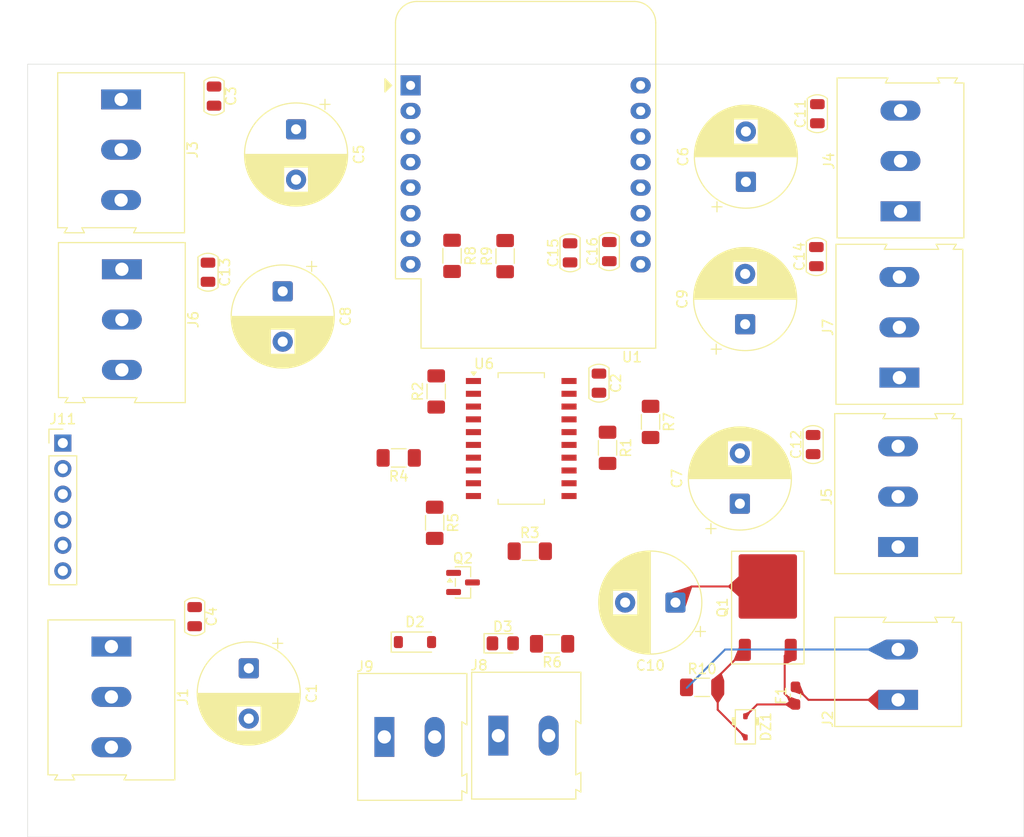
<source format=kicad_pcb>
(kicad_pcb (version 20241229) (generator "pcbnew") (generator_version "9.0")
  (layers (0 "F.Cu" signal) (2 "B.Cu" signal) (13 "F.Paste" user) (15 "B.Paste" user) (5 "F.SilkS" user "F.Silkscreen") (7 "B.SilkS" user "B.Silkscreen") (1 "F.Mask" user) (3 "B.Mask" user) (25 "Edge.Cuts" user))
  (net 0 "")
  (net 1 "+5V")
  (net 2 "Net-(D3-A)")
  (net 3 "GND")
  (net 4 "/OUT_PERIODO")
  (net 5 "Net-(J2-Pin_1)")
  (net 6 "/OUT_FALTAS_LOCAL")
  (net 7 "/OUT_FALTAS_VISITANTE")
  (net 8 "Net-(D2-A)")
  (net 9 "/OUT_CRONOMETRO")
  (net 10 "/OUT_PUNTAJE_LOCAL")
  (net 11 "/OUT_PUNTAJE_VISITANTE")
  (net 12 "Net-(U6-1Y1)")
  (net 13 "Net-(U6-2Y0)")
  (net 14 "Net-(DZ1-A)")
  (net 15 "Net-(DZ1-K)")
  (net 16 "Net-(Q2-G)")
  (net 17 "/PIN_RELAY_BOCINA")
  (net 18 "Net-(J11-Pin_1)")
  (net 19 "Net-(J11-Pin_3)")
  (net 20 "/A0")
  (net 21 "/D3")
  (net 22 "Net-(U6-2Y1)")
  (net 23 "Net-(U6-1Y0)")
  (net 24 "/PIN_CRONOMETRO")
  (net 25 "/PIN_PUNTAJE_LOCAL")
  (net 26 "/PIN_PUNTAJE_VISITANTE")
  (net 27 "/PIN_FALTAS_VISITANTE")
  (net 28 "/PIN_PERIODO")
  (net 29 "/PIN_FALTAS_LOCAL")
  (net 31 "/D4")
  (net 32 "Net-(J11-Pin_2)")
  (net 33 "+12V")
  (net 34 "Net-(U6-2Y2)")
  (net 35 "Net-(U6-2Y3)")
  (footprint "PCM_Package_TO_SOT_SMD_AKL:TO-252-2" (layer "F.Cu") (at 162.55 101.5 90)
    (property "Reference" "Q1" (at 0 -4.5 90) (layer "F.SilkS"))
    (property "Value" "AOD4185" (hide yes))
    (pad "1" smd roundrect (at -4.2 -2.28 90) (size 2.2 1.2) (layers "F.Cu" "F.Mask" "F.Paste") (roundrect_rratio 0.2083333333) (net 14 "Net-(DZ1-A)"))
    (pad "2" smd roundrect (at 2.1 0 90) (size 6.4 5.8) (layers "F.Cu" "F.Mask") (roundrect_rratio 0.04310344828) (net 1 "+5V"))
    (pad "3" smd roundrect (at -4.2 2.28 90) (size 2.2 1.2) (layers "F.Cu" "F.Mask" "F.Paste") (roundrect_rratio 0.2083333333) (net 15 "Net-(DZ1-K)"))
  )
  (footprint "Diode_SMD:D_SOD-123" (layer "F.Cu") (at 127.49 104.925)
    (property "Reference" "D2" (at 0 -2 0) (layer "F.SilkS"))
    (property "Value" "1N4007w")
    (pad "1" smd roundrect (at -1.65 0) (size 0.9 1.2) (layers "F.Cu" "F.Mask" "F.Paste") (net 33 "+12V"))
    (pad "2" smd roundrect (at 1.65 0) (size 0.9 1.2) (layers "F.Cu" "F.Mask" "F.Paste") (net 8 "Net-(D2-A)"))
  )
  (footprint "Resistor_SMD:R_1206_3216Metric_Pad1.30x1.75mm_HandSolder" (layer "F.Cu") (at 150.9 83.05 -90)
    (property "Reference" "R7" (at 0 -1.83 90) (layer "F.SilkS"))
    (property "Value" "330")
    (pad "1" smd roundrect (at -1.55 0 270) (size 1.3 1.75) (layers "F.Cu" "F.Mask" "F.Paste") (roundrect_rratio 0.192308) (net 23 "Net-(U6-1Y0)"))
    (pad "2" smd roundrect (at 1.55 0 270) (size 1.3 1.75) (layers "F.Cu" "F.Mask" "F.Paste") (roundrect_rratio 0.192308) (net 4 "/OUT_PERIODO"))
  )
  (footprint "Capacitor_THT:CP_Radial_D10.0mm_P5.00mm" (layer "F.Cu") (at 159.775 91.175 90)
    (property "Reference" "C7" (at 2.5 -6.25 90) (layer "F.SilkS"))
    (property "Value" "16V 1000uf")
    (pad "1" thru_hole roundrect (at 0 0 90) (size 2 2) (drill 1) (layers "*.Cu" "*.Mask") (roundrect_rratio 0.125) (net 1 "+5V"))
    (pad "2" thru_hole circle (at 5 0 90) (size 2 2) (drill 1) (layers "*.Cu" "*.Mask") (net 3 "GND"))
  )
  (footprint "TerminalBlock:TerminalBlock_Altech_AK300-2_P5.00mm" (layer "F.Cu") (at 124.45 114.35)
    (property "Reference" "J9" (at -1.92 -6.99 0) (layer "F.SilkS"))
    (property "Value" "PWR_12V")
    (pad "1" thru_hole rect (at 0 0) (size 1.98 3.96) (drill 1.32) (layers "*.Cu" "*.Mask") (net 33 "+12V"))
    (pad "2" thru_hole oval (at 5 0) (size 1.98 3.96) (drill 1.32) (layers "*.Cu" "*.Mask") (net 3 "GND"))
  )
  (footprint "Capacitor_THT:CP_Radial_D10.0mm_P5.00mm" (layer "F.Cu") (at 114.35 70.075 -90)
    (property "Reference" "C8" (at 2.5 -6.25 90) (layer "F.SilkS"))
    (property "Value" "16V 1000uf")
    (pad "1" thru_hole roundrect (at 0 0 270) (size 2 2) (drill 1) (layers "*.Cu" "*.Mask") (roundrect_rratio 0.125) (net 1 "+5V"))
    (pad "2" thru_hole circle (at 5 0 270) (size 2 2) (drill 1) (layers "*.Cu" "*.Mask") (net 3 "GND"))
  )
  (footprint "TerminalBlock:TerminalBlock_Altech_AK300-3_P5.00mm" (layer "F.Cu") (at 175.625 78.65 90)
    (property "Reference" "J7" (at 5 -7.1 90) (layer "F.SilkS"))
    (property "Value" "PUNTAJE_V")
    (pad "1" thru_hole rect (at 0 0 90) (size 1.98 3.96) (drill 1.32) (layers "*.Cu" "*.Mask") (net 1 "+5V"))
    (pad "2" thru_hole oval (at 5 0 90) (size 1.98 3.96) (drill 1.32) (layers "*.Cu" "*.Mask") (net 11 "/OUT_PUNTAJE_VISITANTE"))
    (pad "3" thru_hole oval (at 10 0 90) (size 1.98 3.96) (drill 1.32) (layers "*.Cu" "*.Mask") (net 3 "GND"))
  )
  (footprint "PCM_Capacitor_SMD_AKL:C_0805_2012Metric" (layer "F.Cu") (at 106.925 68.175 -90)
    (property "Reference" "C13" (at 0 -1.68 90) (layer "F.SilkS"))
    (property "Value" "0.1uf" (hide yes))
    (pad "1" smd roundrect (at -0.95 0 270) (size 1 1.45) (layers "F.Cu" "F.Mask" "F.Paste") (net 1 "+5V"))
    (pad "2" smd roundrect (at 0.95 0 270) (size 1 1.45) (layers "F.Cu" "F.Mask" "F.Paste") (net 3 "GND"))
  )
  (footprint "PCM_Capacitor_SMD_AKL:C_0805_2012Metric" (layer "F.Cu") (at 145.775 79.2 -90)
    (property "Reference" "C2" (at 0 -1.68 90) (layer "F.SilkS"))
    (property "Value" "0.1uf" (hide yes))
    (pad "1" smd roundrect (at -0.95 0 270) (size 1 1.45) (layers "F.Cu" "F.Mask" "F.Paste") (net 1 "+5V"))
    (pad "2" smd roundrect (at 0.95 0 270) (size 1 1.45) (layers "F.Cu" "F.Mask" "F.Paste") (net 3 "GND"))
  )
  (footprint "PCM_Capacitor_SMD_AKL:C_0805_2012Metric" (layer "F.Cu") (at 167.375 66.625 90)
    (property "Reference" "C14" (at 0 -1.68 90) (layer "F.SilkS"))
    (property "Value" "0.1uf" (hide yes))
    (pad "1" smd roundrect (at -0.95 0 90) (size 1 1.45) (layers "F.Cu" "F.Mask" "F.Paste") (net 1 "+5V"))
    (pad "2" smd roundrect (at 0.95 0 90) (size 1 1.45) (layers "F.Cu" "F.Mask" "F.Paste") (net 3 "GND"))
  )
  (footprint "TerminalBlock:TerminalBlock_Altech_AK300-2_P5.00mm" (layer "F.Cu") (at 135.775 114.225)
    (property "Reference" "J8" (at -1.92 -6.99 0) (layer "F.SilkS"))
    (property "Value" "BOCINA")
    (pad "1" thru_hole rect (at 0 0) (size 1.98 3.96) (drill 1.32) (layers "*.Cu" "*.Mask") (net 33 "+12V"))
    (pad "2" thru_hole oval (at 5 0) (size 1.98 3.96) (drill 1.32) (layers "*.Cu" "*.Mask") (net 8 "Net-(D2-A)"))
  )
  (footprint "Capacitor_THT:CP_Radial_D10.0mm_P5.00mm" (layer "F.Cu") (at 160.375 59.192677 90)
    (property "Reference" "C6" (at 2.5 -6.25 90) (layer "F.SilkS"))
    (property "Value" "16V 1000uf")
    (pad "1" thru_hole roundrect (at 0 0 90) (size 2 2) (drill 1) (layers "*.Cu" "*.Mask") (roundrect_rratio 0.125) (net 1 "+5V"))
    (pad "2" thru_hole circle (at 5 0 90) (size 2 2) (drill 1) (layers "*.Cu" "*.Mask") (net 3 "GND"))
  )
  (footprint "Resistor_SMD:R_1206_3216Metric_Pad1.30x1.75mm_HandSolder" (layer "F.Cu") (at 141.115 105.1 180)
    (property "Reference" "R6" (at 0 -1.83 0) (layer "F.SilkS"))
    (property "Value" "1K")
    (pad "1" smd roundrect (at -1.55 0 180) (size 1.3 1.75) (layers "F.Cu" "F.Mask" "F.Paste") (roundrect_rratio 0.192308) (net 33 "+12V"))
    (pad "2" smd roundrect (at 1.55 0 180) (size 1.3 1.75) (layers "F.Cu" "F.Mask" "F.Paste") (roundrect_rratio 0.192308) (net 2 "Net-(D3-A)"))
  )
  (footprint "Fuse:Fuse_0603_1608Metric_Pad1.05x0.95mm_HandSolder" (layer "F.Cu") (at 165.3 110.25 90)
    (property "Reference" "F1" (at 0 -1.43 90) (layer "F.SilkS"))
    (property "Value" "10A FAST")
    (pad "1" smd roundrect (at -0.875 0 90) (size 1.05 0.95) (layers "F.Cu" "F.Mask" "F.Paste") (net 15 "Net-(DZ1-K)"))
    (pad "2" smd roundrect (at 0.875 0 90) (size 1.05 0.95) (layers "F.Cu" "F.Mask" "F.Paste") (net 5 "Net-(J2-Pin_1)"))
  )
  (footprint "PCM_Capacitor_SMD_AKL:C_0805_2012Metric" (layer "F.Cu") (at 142.9 66.25 90)
    (property "Reference" "C15" (at 0 -1.68 90) (layer "F.SilkS"))
    (property "Value" "10uf" (hide yes))
    (pad "1" smd roundrect (at -0.95 0 90) (size 1 1.45) (layers "F.Cu" "F.Mask" "F.Paste") (net 1 "+5V"))
    (pad "2" smd roundrect (at 0.95 0 90) (size 1 1.45) (layers "F.Cu" "F.Mask" "F.Paste") (net 3 "GND"))
  )
  (footprint "Resistor_SMD:R_1206_3216Metric_Pad1.30x1.75mm_HandSolder" (layer "F.Cu") (at 125.875 86.625 180)
    (property "Reference" "R4" (at 0 -1.83 0) (layer "F.SilkS"))
    (property "Value" "330")
    (pad "1" smd roundrect (at -1.55 0 180) (size 1.3 1.75) (layers "F.Cu" "F.Mask" "F.Paste") (roundrect_rratio 0.192308) (net 34 "Net-(U6-2Y2)"))
    (pad "2" smd roundrect (at 1.55 0 180) (size 1.3 1.75) (layers "F.Cu" "F.Mask" "F.Paste") (roundrect_rratio 0.192308) (net 10 "/OUT_PUNTAJE_LOCAL"))
  )
  (footprint "PCM_Capacitor_SMD_AKL:C_0805_2012Metric" (layer "F.Cu") (at 167.05 85.3 90)
    (property "Reference" "C12" (at 0 -1.68 90) (layer "F.SilkS"))
    (property "Value" "0.1uf" (hide yes))
    (pad "1" smd roundrect (at -0.95 0 90) (size 1 1.45) (layers "F.Cu" "F.Mask" "F.Paste") (net 1 "+5V"))
    (pad "2" smd roundrect (at 0.95 0 90) (size 1 1.45) (layers "F.Cu" "F.Mask" "F.Paste") (net 3 "GND"))
  )
  (footprint "Resistor_SMD:R_1206_3216Metric_Pad1.30x1.75mm_HandSolder" (layer "F.Cu") (at 129.45 93.075 -90)
    (property "Reference" "R5" (at 0 -1.83 90) (layer "F.SilkS"))
    (property "Value" "330")
    (pad "1" smd roundrect (at -1.55 0 270) (size 1.3 1.75) (layers "F.Cu" "F.Mask" "F.Paste") (roundrect_rratio 0.192308) (net 35 "Net-(U6-2Y3)"))
    (pad "2" smd roundrect (at 1.55 0 270) (size 1.3 1.75) (layers "F.Cu" "F.Mask" "F.Paste") (roundrect_rratio 0.192308) (net 11 "/OUT_PUNTAJE_VISITANTE"))
  )
  (footprint "Resistor_SMD:R_1206_3216Metric_Pad1.30x1.75mm_HandSolder" (layer "F.Cu") (at 136.45 66.575 90)
    (property "Reference" "R9" (at 0 -1.83 90) (layer "F.SilkS"))
    (property "Value" "1K")
    (pad "1" smd roundrect (at -1.55 0 90) (size 1.3 1.75) (layers "F.Cu" "F.Mask" "F.Paste") (roundrect_rratio 0.192308) (net 16 "Net-(Q2-G)"))
    (pad "2" smd roundrect (at 1.55 0 90) (size 1.3 1.75) (layers "F.Cu" "F.Mask" "F.Paste") (roundrect_rratio 0.192308) (net 17 "/PIN_RELAY_BOCINA"))
  )
  (footprint "Capacitor_THT:CP_Radial_D10.0mm_P5.00mm" (layer "F.Cu") (at 110.975 107.532323 -90)
    (property "Reference" "C1" (at 2.5 -6.25 90) (layer "F.SilkS"))
    (property "Value" "16V 1000uf")
    (pad "1" thru_hole roundrect (at 0 0 270) (size 2 2) (drill 1) (layers "*.Cu" "*.Mask") (roundrect_rratio 0.125) (net 1 "+5V"))
    (pad "2" thru_hole circle (at 5 0 270) (size 2 2) (drill 1) (layers "*.Cu" "*.Mask") (net 3 "GND"))
  )
  (footprint "TerminalBlock:TerminalBlock_Altech_AK300-3_P5.00mm" (layer "F.Cu") (at 98.365 67.88 -90)
    (property "Reference" "J6" (at 5 -7.1 90) (layer "F.SilkS"))
    (property "Value" "PUNTAJE_L")
    (pad "1" thru_hole rect (at 0 0 270) (size 1.98 3.96) (drill 1.32) (layers "*.Cu" "*.Mask") (net 1 "+5V"))
    (pad "2" thru_hole oval (at 5 0 270) (size 1.98 3.96) (drill 1.32) (layers "*.Cu" "*.Mask") (net 10 "/OUT_PUNTAJE_LOCAL"))
    (pad "3" thru_hole oval (at 10 0 270) (size 1.98 3.96) (drill 1.32) (layers "*.Cu" "*.Mask") (net 3 "GND"))
  )
  (footprint "Resistor_SMD:R_1206_3216Metric_Pad1.30x1.75mm_HandSolder" (layer "F.Cu") (at 129.6 80.025 90)
    (property "Reference" "R2" (at 0 -1.83 90) (layer "F.SilkS"))
    (property "Value" "330")
    (pad "1" smd roundrect (at -1.55 0 90) (size 1.3 1.75) (layers "F.Cu" "F.Mask" "F.Paste") (roundrect_rratio 0.192308) (net 13 "Net-(U6-2Y0)"))
    (pad "2" smd roundrect (at 1.55 0 90) (size 1.3 1.75) (layers "F.Cu" "F.Mask" "F.Paste") (roundrect_rratio 0.192308) (net 7 "/OUT_FALTAS_VISITANTE"))
  )
  (footprint "TerminalBlock:TerminalBlock_Altech_AK300-3_P5.00mm" (layer "F.Cu") (at 98.29 51.005 -90)
    (property "Reference" "J3" (at 5 -7.1 90) (layer "F.SilkS"))
    (property "Value" "FALTAS_L")
    (pad "1" thru_hole rect (at 0 0 270) (size 1.98 3.96) (drill 1.32) (layers "*.Cu" "*.Mask") (net 1 "+5V"))
    (pad "2" thru_hole oval (at 5 0 270) (size 1.98 3.96) (drill 1.32) (layers "*.Cu" "*.Mask") (net 6 "/OUT_FALTAS_LOCAL"))
    (pad "3" thru_hole oval (at 10 0 270) (size 1.98 3.96) (drill 1.32) (layers "*.Cu" "*.Mask") (net 3 "GND"))
  )
  (footprint "Capacitor_THT:CP_Radial_D10.0mm_P5.00mm" (layer "F.Cu") (at 160.3 73.342677 90)
    (property "Reference" "C9" (at 2.5 -6.25 90) (layer "F.SilkS"))
    (property "Value" "16V 1000uf")
    (pad "1" thru_hole roundrect (at 0 0 90) (size 2 2) (drill 1) (layers "*.Cu" "*.Mask") (roundrect_rratio 0.125) (net 1 "+5V"))
    (pad "2" thru_hole circle (at 5 0 90) (size 2 2) (drill 1) (layers "*.Cu" "*.Mask") (net 3 "GND"))
  )
  (footprint "PCM_Capacitor_SMD_AKL:C_0805_2012Metric" (layer "F.Cu") (at 167.475 52.425 90)
    (property "Reference" "C11" (at 0 -1.68 90) (layer "F.SilkS"))
    (property "Value" "0.1uf" (hide yes))
    (pad "1" smd roundrect (at -0.95 0 90) (size 1 1.45) (layers "F.Cu" "F.Mask" "F.Paste") (net 1 "+5V"))
    (pad "2" smd roundrect (at 0.95 0 90) (size 1 1.45) (layers "F.Cu" "F.Mask" "F.Paste") (net 3 "GND"))
  )
  (footprint "Resistor_SMD:R_1206_3216Metric_Pad1.30x1.75mm_HandSolder" (layer "F.Cu") (at 146.625 85.625 -90)
    (property "Reference" "R1" (at 0 -1.83 90) (layer "F.SilkS"))
    (property "Value" "330")
    (pad "1" smd roundrect (at -1.55 0 270) (size 1.3 1.75) (layers "F.Cu" "F.Mask" "F.Paste") (roundrect_rratio 0.192308) (net 12 "Net-(U6-1Y1)"))
    (pad "2" smd roundrect (at 1.55 0 270) (size 1.3 1.75) (layers "F.Cu" "F.Mask" "F.Paste") (roundrect_rratio 0.192308) (net 6 "/OUT_FALTAS_LOCAL"))
  )
  (footprint "PCM_Capacitor_SMD_AKL:C_0805_2012Metric" (layer "F.Cu") (at 146.8 66.125 90)
    (property "Reference" "C16" (at 0 -1.68 90) (layer "F.SilkS"))
    (property "Value" "0.1uf" (hide yes))
    (pad "1" smd roundrect (at -0.95 0 90) (size 1 1.45) (layers "F.Cu" "F.Mask" "F.Paste") (net 1 "+5V"))
    (pad "2" smd roundrect (at 0.95 0 90) (size 1 1.45) (layers "F.Cu" "F.Mask" "F.Paste") (net 3 "GND"))
  )
  (footprint "Capacitor_THT:CP_Radial_D10.0mm_P5.00mm" (layer "F.Cu") (at 115.675 53.975 -90)
    (property "Reference" "C5" (at 2.5 -6.25 90) (layer "F.SilkS"))
    (property "Value" "16V 1000uf")
    (pad "1" thru_hole roundrect (at 0 0 270) (size 2 2) (drill 1) (layers "*.Cu" "*.Mask") (roundrect_rratio 0.125) (net 1 "+5V"))
    (pad "2" thru_hole circle (at 5 0 270) (size 2 2) (drill 1) (layers "*.Cu" "*.Mask") (net 3 "GND"))
  )
  (footprint "LED_SMD:LED_0805_2012Metric_Pad1.15x1.40mm_HandSolder" (layer "F.Cu") (at 136.215 105.05)
    (property "Reference" "D3" (at 0 -1.65 0) (layer "F.SilkS"))
    (property "Value" "LED")
    (pad "1" smd roundrect (at -1.025 0) (size 1.15 1.4) (layers "F.Cu" "F.Mask" "F.Paste") (roundrect_rratio 0.217391) (net 8 "Net-(D2-A)"))
    (pad "2" smd roundrect (at 1.025 0) (size 1.15 1.4) (layers "F.Cu" "F.Mask" "F.Paste") (roundrect_rratio 0.217391) (net 2 "Net-(D3-A)"))
  )
  (footprint "Capacitor_THT:CP_Radial_D10.0mm_P5.00mm" (layer "F.Cu") (at 153.375 101 180)
    (property "Reference" "C10" (at 2.5 -6.25 0) (layer "F.SilkS"))
    (property "Value" "16V 2200uf")
    (pad "1" thru_hole roundrect (at 0 0 180) (size 2 2) (drill 1) (layers "*.Cu" "*.Mask") (roundrect_rratio 0.125) (net 1 "+5V"))
    (pad "2" thru_hole circle (at 5 0 180) (size 2 2) (drill 1) (layers "*.Cu" "*.Mask") (net 3 "GND"))
  )
  (footprint "Resistor_SMD:R_1206_3216Metric_Pad1.30x1.75mm_HandSolder" (layer "F.Cu") (at 156.025 109.425)
    (property "Reference" "R10" (at 0 -1.83 0) (layer "F.SilkS"))
    (property "Value" "100K")
    (pad "1" smd roundrect (at -1.55 0) (size 1.3 1.75) (layers "F.Cu" "F.Mask" "F.Paste") (roundrect_rratio 0.192308) (net 3 "GND"))
    (pad "2" smd roundrect (at 1.55 0) (size 1.3 1.75) (layers "F.Cu" "F.Mask" "F.Paste") (roundrect_rratio 0.192308) (net 14 "Net-(DZ1-A)"))
  )
  (footprint "Connector_PinHeader_2.54mm:PinHeader_1x06_P2.54mm_Vertical" (layer "F.Cu") (at 92.5 85.15)
    (property "Reference" "J11" (at 0 -2.38 0) (layer "F.SilkS"))
    (property "Value" "Conn_01x06_Pin")
    (pad "1" thru_hole rect (at 0 0) (size 1.7 1.7) (drill 1) (layers "*.Cu" "*.Mask") (net 18 "Net-(J11-Pin_1)"))
    (pad "2" thru_hole circle (at 0 2.54) (size 1.7 1.7) (drill 1) (layers "*.Cu" "*.Mask") (net 32 "Net-(J11-Pin_2)"))
    (pad "3" thru_hole circle (at 0 5.08) (size 1.7 1.7) (drill 1) (layers "*.Cu" "*.Mask") (net 19 "Net-(J11-Pin_3)"))
    (pad "4" thru_hole circle (at 0 7.62) (size 1.7 1.7) (drill 1) (layers "*.Cu" "*.Mask") (net 20 "/A0"))
    (pad "5" thru_hole circle (at 0 10.16) (size 1.7 1.7) (drill 1) (layers "*.Cu" "*.Mask") (net 21 "/D3"))
    (pad "6" thru_hole circle (at 0 12.7) (size 1.7 1.7) (drill 1) (layers "*.Cu" "*.Mask") (net 31 "/D4"))
  )
  (footprint "PCM_Diode_SMD_AKL:D_SOD-323" (layer "F.Cu") (at 160.325 113.35 -90)
    (property "Reference" "DZ1" (at 0 -2.0405 90) (layer "F.SilkS"))
    (property "Value" "BZT52C12S" (hide yes))
    (pad "1" smd roundrect (at -1.05 0 270) (size 0.6 0.45) (layers "F.Cu" "F.Mask" "F.Paste") (net 15 "Net-(DZ1-K)"))
    (pad "2" smd roundrect (at 1.05 0 270) (size 0.6 0.45) (layers "F.Cu" "F.Mask" "F.Paste") (net 14 "Net-(DZ1-A)"))
  )
  (footprint "TerminalBlock:TerminalBlock_Altech_AK300-3_P5.00mm" (layer "F.Cu") (at 175.735 62.12 90)
    (property "Reference" "J4" (at 5 -7.1 90) (layer "F.SilkS"))
    (property "Value" "FALTAS_V")
    (pad "1" thru_hole rect (at 0 0 90) (size 1.98 3.96) (drill 1.32) (layers "*.Cu" "*.Mask") (net 1 "+5V"))
    (pad "2" thru_hole oval (at 5 0 90) (size 1.98 3.96) (drill 1.32) (layers "*.Cu" "*.Mask") (net 7 "/OUT_FALTAS_VISITANTE"))
    (pad "3" thru_hole oval (at 10 0 90) (size 1.98 3.96) (drill 1.32) (layers "*.Cu" "*.Mask") (net 3 "GND"))
  )
  (footprint "RF_Module:WEMOS_D1_mini_light" (layer "F.Cu") (at 127.055 49.61)
    (property "Reference" "U1" (at 22 27 0) (layer "F.SilkS"))
    (property "Value" "WEMOS_D1_mini")
    (pad "1" thru_hole rect (at 0 0) (size 2 2) (drill 0.9) (layers "*.Cu" "*.Mask") (net 18 "Net-(J11-Pin_1)"))
    (pad "2" thru_hole oval (at 0 2.54) (size 2 1.6) (drill 0.9) (layers "*.Cu" "*.Mask") (net 20 "/A0"))
    (pad "3" thru_hole oval (at 0 5.08) (size 2 1.6) (drill 0.9) (layers "*.Cu" "*.Mask") (net 28 "/PIN_PERIODO"))
    (pad "4" thru_hole oval (at 0 7.62) (size 2 1.6) (drill 0.9) (layers "*.Cu" "*.Mask") (net 24 "/PIN_CRONOMETRO"))
    (pad "5" thru_hole oval (at 0 10.16) (size 2 1.6) (drill 0.9) (layers "*.Cu" "*.Mask") (net 25 "/PIN_PUNTAJE_LOCAL"))
    (pad "6" thru_hole oval (at 0 12.7) (size 2 1.6) (drill 0.9) (layers "*.Cu" "*.Mask") (net 26 "/PIN_PUNTAJE_VISITANTE"))
    (pad "7" thru_hole oval (at 0 15.24) (size 2 1.6) (drill 0.9) (layers "*.Cu" "*.Mask") (net 17 "/PIN_RELAY_BOCINA"))
    (pad "8" thru_hole oval (at 0 17.78) (size 2 1.6) (drill 0.9) (layers "*.Cu" "*.Mask"))
    (pad "9" thru_hole oval (at 22.86 17.78) (size 2 1.6) (drill 0.9) (layers "*.Cu" "*.Mask") (net 1 "+5V"))
    (pad "10" thru_hole oval (at 22.86 15.24) (size 2 1.6) (drill 0.9) (layers "*.Cu" "*.Mask") (net 3 "GND"))
    (pad "11" thru_hole oval (at 22.86 12.7) (size 2 1.6) (drill 0.9) (layers "*.Cu" "*.Mask") (net 31 "/D4"))
    (pad "12" thru_hole oval (at 22.86 10.16) (size 2 1.6) (drill 0.9) (layers "*.Cu" "*.Mask") (net 21 "/D3"))
    (pad "13" thru_hole oval (at 22.86 7.62) (size 2 1.6) (drill 0.9) (layers "*.Cu" "*.Mask") (net 27 "/PIN_FALTAS_VISITANTE"))
    (pad "14" thru_hole oval (at 22.86 5.08) (size 2 1.6) (drill 0.9) (layers "*.Cu" "*.Mask") (net 29 "/PIN_FALTAS_LOCAL"))
    (pad "15" thru_hole oval (at 22.86 2.54) (size 2 1.6) (drill 0.9) (layers "*.Cu" "*.Mask") (net 32 "Net-(J11-Pin_2)"))
    (pad "16" thru_hole oval (at 22.86 0) (size 2 1.6) (drill 0.9) (layers "*.Cu" "*.Mask") (net 19 "Net-(J11-Pin_3)"))
  )
  (footprint "Package_SO:SO-20_12.8x7.5mm_P1.27mm" (layer "F.Cu") (at 138.05 84.7)
    (property "Reference" "U6" (at -3.69 -7.42 0) (layer "F.SilkS"))
    (property "Value" "74AHCT244")
    (pad "1" smd rect (at -4.75 -5.715) (size 1.5 0.6) (layers "F.Cu" "F.Mask" "F.Paste") (net 3 "GND"))
    (pad "2" smd rect (at -4.75 -4.445) (size 1.5 0.6) (layers "F.Cu" "F.Mask" "F.Paste") (net 28 "/PIN_PERIODO"))
    (pad "3" smd rect (at -4.75 -3.175) (size 1.5 0.6) (layers "F.Cu" "F.Mask" "F.Paste") (net 13 "Net-(U6-2Y0)"))
    (pad "4" smd rect (at -4.75 -1.905) (size 1.5 0.6) (layers "F.Cu" "F.Mask" "F.Paste") (net 29 "/PIN_FALTAS_LOCAL"))
    (pad "5" smd rect (at -4.75 -0.635) (size 1.5 0.6) (layers "F.Cu" "F.Mask" "F.Paste") (net 22 "Net-(U6-2Y1)"))
    (pad "6" smd rect (at -4.75 0.635) (size 1.5 0.6) (layers "F.Cu" "F.Mask" "F.Paste"))
    (pad "7" smd rect (at -4.75 1.905) (size 1.5 0.6) (layers "F.Cu" "F.Mask" "F.Paste") (net 34 "Net-(U6-2Y2)"))
    (pad "8" smd rect (at -4.75 3.175) (size 1.5 0.6) (layers "F.Cu" "F.Mask" "F.Paste"))
    (pad "9" smd rect (at -4.75 4.445) (size 1.5 0.6) (layers "F.Cu" "F.Mask" "F.Paste") (net 35 "Net-(U6-2Y3)"))
    (pad "10" smd rect (at -4.75 5.715) (size 1.5 0.6) (layers "F.Cu" "F.Mask" "F.Paste") (net 3 "GND"))
    (pad "11" smd rect (at 4.75 5.715) (size 1.5 0.6) (layers "F.Cu" "F.Mask" "F.Paste") (net 26 "/PIN_PUNTAJE_VISITANTE"))
    (pad "12" smd rect (at 4.75 4.445) (size 1.5 0.6) (layers "F.Cu" "F.Mask" "F.Paste"))
    (pad "13" smd rect (at 4.75 3.175) (size 1.5 0.6) (layers "F.Cu" "F.Mask" "F.Paste") (net 25 "/PIN_PUNTAJE_LOCAL"))
    (pad "14" smd rect (at 4.75 1.905) (size 1.5 0.6) (layers "F.Cu" "F.Mask" "F.Paste"))
    (pad "15" smd rect (at 4.75 0.635) (size 1.5 0.6) (layers "F.Cu" "F.Mask" "F.Paste") (net 24 "/PIN_CRONOMETRO"))
    (pad "16" smd rect (at 4.75 -0.635) (size 1.5 0.6) (layers "F.Cu" "F.Mask" "F.Paste") (net 12 "Net-(U6-1Y1)"))
    (pad "17" smd rect (at 4.75 -1.905) (size 1.5 0.6) (layers "F.Cu" "F.Mask" "F.Paste") (net 27 "/PIN_FALTAS_VISITANTE"))
    (pad "18" smd rect (at 4.75 -3.175) (size 1.5 0.6) (layers "F.Cu" "F.Mask" "F.Paste") (net 23 "Net-(U6-1Y0)"))
    (pad "19" smd rect (at 4.75 -4.445) (size 1.5 0.6) (layers "F.Cu" "F.Mask" "F.Paste") (net 3 "GND"))
    (pad "20" smd rect (at 4.75 -5.715) (size 1.5 0.6) (layers "F.Cu" "F.Mask" "F.Paste") (net 1 "+5V"))
  )
  (footprint "Resistor_SMD:R_1206_3216Metric_Pad1.30x1.75mm_HandSolder" (layer "F.Cu") (at 138.9 95.9)
    (property "Reference" "R3" (at 0 -1.83 0) (layer "F.SilkS"))
    (property "Value" "330")
    (pad "1" smd roundrect (at -1.55 0) (size 1.3 1.75) (layers "F.Cu" "F.Mask" "F.Paste") (roundrect_rratio 0.192308) (net 22 "Net-(U6-2Y1)"))
    (pad "2" smd roundrect (at 1.55 0) (size 1.3 1.75) (layers "F.Cu" "F.Mask" "F.Paste") (roundrect_rratio 0.192308) (net 9 "/OUT_CRONOMETRO"))
  )
  (footprint "PCM_Capacitor_SMD_AKL:C_0805_2012Metric" (layer "F.Cu") (at 107.525 50.675 -90)
    (property "Reference" "C3" (at 0 -1.68 90) (layer "F.SilkS"))
    (property "Value" "0.1uf" (hide yes))
    (pad "1" smd roundrect (at -0.95 0 270) (size 1 1.45) (layers "F.Cu" "F.Mask" "F.Paste") (net 1 "+5V"))
    (pad "2" smd roundrect (at 0.95 0 270) (size 1 1.45) (layers "F.Cu" "F.Mask" "F.Paste") (net 3 "GND"))
  )
  (footprint "TerminalBlock:TerminalBlock_Altech_AK300-2_P5.00mm" (layer "F.Cu") (at 175.5 110.665 90)
    (property "Reference" "J2" (at -1.92 -6.99 90) (layer "F.SilkS"))
    (property "Value" "PWR_5V")
    (pad "1" thru_hole rect (at 0 0 90) (size 1.98 3.96) (drill 1.32) (layers "*.Cu" "*.Mask") (net 5 "Net-(J2-Pin_1)"))
    (pad "2" thru_hole oval (at 5 0 90) (size 1.98 3.96) (drill 1.32) (layers "*.Cu" "*.Mask") (net 3 "GND"))
  )
  (footprint "TerminalBlock:TerminalBlock_Altech_AK300-3_P5.00mm" (layer "F.Cu") (at 97.325 105.375 -90)
    (property "Reference" "J1" (at 5 -7.1 90) (layer "F.SilkS"))
    (property "Value" "PERIODO")
    (pad "1" thru_hole rect (at 0 0 270) (size 1.98 3.96) (drill 1.32) (layers "*.Cu" "*.Mask") (net 1 "+5V"))
    (pad "2" thru_hole oval (at 5 0 270) (size 1.98 3.96) (drill 1.32) (layers "*.Cu" "*.Mask") (net 4 "/OUT_PERIODO"))
    (pad "3" thru_hole oval (at 10 0 270) (size 1.98 3.96) (drill 1.32) (layers "*.Cu" "*.Mask") (net 3 "GND"))
  )
  (footprint "Resistor_SMD:R_1206_3216Metric_Pad1.30x1.75mm_HandSolder" (layer "F.Cu") (at 131.175 66.55 -90)
    (property "Reference" "R8" (at 0 -1.83 90) (layer "F.SilkS"))
    (property "Value" "10K")
    (pad "1" smd roundrect (at -1.55 0 270) (size 1.3 1.75) (layers "F.Cu" "F.Mask" "F.Paste") (roundrect_rratio 0.192308) (net 17 "/PIN_RELAY_BOCINA"))
    (pad "2" smd roundrect (at 1.55 0 270) (size 1.3 1.75) (layers "F.Cu" "F.Mask" "F.Paste") (roundrect_rratio 0.192308) (net 3 "GND"))
  )
  (footprint "Package_TO_SOT_SMD:SOT-23" (layer "F.Cu") (at 132.265 99)
    (property "Reference" "Q2" (at 0 -2.4 0) (layer "F.SilkS"))
    (property "Value" "AO3400A")
    (pad "1" smd roundrect (at -0.9375 -0.95) (size 1.475 0.6) (layers "F.Cu" "F.Mask" "F.Paste") (net 16 "Net-(Q2-G)"))
    (pad "2" smd roundrect (at -0.9375 0.95) (size 1.475 0.6) (layers "F.Cu" "F.Mask" "F.Paste") (net 3 "GND"))
    (pad "3" smd roundrect (at 0.9375 0) (size 1.475 0.6) (layers "F.Cu" "F.Mask" "F.Paste") (net 8 "Net-(D2-A)"))
  )
  (footprint "PCM_Capacitor_SMD_AKL:C_0805_2012Metric" (layer "F.Cu") (at 105.6 102.4 -90)
    (property "Reference" "C4" (at 0 -1.68 90) (layer "F.SilkS"))
    (property "Value" "0.1uf" (hide yes))
    (pad "1" smd roundrect (at -0.95 0 270) (size 1 1.45) (layers "F.Cu" "F.Mask" "F.Paste") (net 1 "+5V"))
    (pad "2" smd roundrect (at 0.95 0 270) (size 1 1.45) (layers "F.Cu" "F.Mask" "F.Paste") (net 3 "GND"))
  )
  (footprint "TerminalBlock:TerminalBlock_Altech_AK300-3_P5.00mm" (layer "F.Cu") (at 175.5 95.475 90)
    (property "Reference" "J5" (at 5 -7.1 90) (layer "F.SilkS"))
    (property "Value" "CRONOMETRO")
    (pad "1" thru_hole rect (at 0 0 90) (size 1.98 3.96) (drill 1.32) (layers "*.Cu" "*.Mask") (net 1 "+5V"))
    (pad "2" thru_hole oval (at 5 0 90) (size 1.98 3.96) (drill 1.32) (layers "*.Cu" "*.Mask") (net 9 "/OUT_CRONOMETRO"))
    (pad "3" thru_hole oval (at 10 0 90) (size 1.98 3.96) (drill 1.32) (layers "*.Cu" "*.Mask") (net 3 "GND"))
  )
  (gr_rect (start 89 47.5) (end 188 124.3) (stroke (width 0.05)) (fill no) (layer "Edge.Cuts"))
  (segment (start 154.975 99.4) (end 153.375 101) (width 0.2) (layer "F.Cu") (net 1))
  (segment (start 162.55 99.4) (end 154.975 99.4) (width 0.2) (layer "F.Cu") (net 1))
  (segment (start 158.31 105.665) (end 154.5 109.475) (width 0.2) (layer "B.Cu") (net 3))
  (segment (start 175.5 105.665) (end 158.31 105.665) (width 0.2) (layer "B.Cu") (net 3))
  (segment (start 166.59 110.665) (end 165.3 109.375) (width 0.2) (layer "F.Cu") (net 5))
  (segment (start 175.5 110.665) (end 166.59 110.665) (width 0.2) (layer "F.Cu") (net 5))
  (segment (start 157.575 109.425) (end 157.575 108.395) (width 0.2) (layer "F.Cu") (net 14))
  (segment (start 157.575 111.65) (end 157.575 109.425) (width 0.2) (layer "F.Cu") (net 14))
  (segment (start 160.325 114.4) (end 157.575 111.65) (width 0.2) (layer "F.Cu") (net 14))
  (segment (start 157.575 108.395) (end 160.27 105.7) (width 0.2) (layer "F.Cu") (net 14))
  (segment (start 161.5 111.125) (end 160.325 112.3) (width 0.2) (layer "F.Cu") (net 15))
  (segment (start 164.83 105.7) (end 164.23 106.3) (width 0.2) (layer "F.Cu") (net 15))
  (segment (start 164.23 106.3) (end 164.23 110.055) (width 0.2) (layer "F.Cu") (net 15))
  (segment (start 164.23 110.055) (end 165.3 111.125) (width 0.2) (layer "F.Cu") (net 15))
  (segment (start 165.3 111.125) (end 161.5 111.125) (width 0.2) (layer "F.Cu") (net 15))
)
</source>
